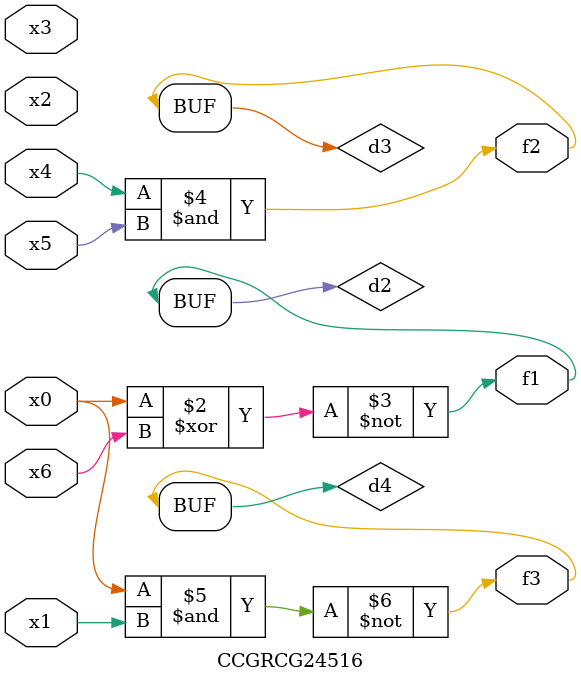
<source format=v>
module CCGRCG24516(
	input x0, x1, x2, x3, x4, x5, x6,
	output f1, f2, f3
);

	wire d1, d2, d3, d4;

	nor (d1, x0);
	xnor (d2, x0, x6);
	and (d3, x4, x5);
	nand (d4, x0, x1);
	assign f1 = d2;
	assign f2 = d3;
	assign f3 = d4;
endmodule

</source>
